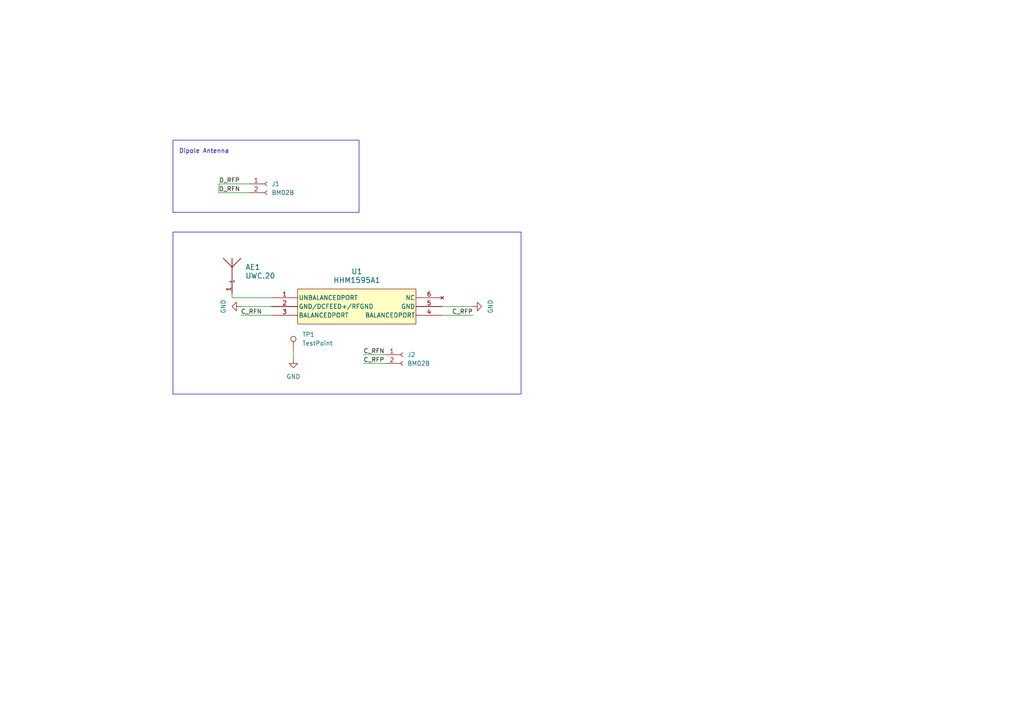
<source format=kicad_sch>
(kicad_sch (version 20250114) (generator "eeschema") (generator_version "9.0")
  (paper "A4")
  (lib_symbols
    (symbol "Connector:Conn_01x02_Socket" (pin_names (offset 1.016) (hide yes))
      (property "Reference" "J" (at 0 2.54 0))
      (property "Value" "Conn_01x02_Socket" (at 0 -5.08 0))
      (symbol "Conn_01x02_Socket_1_1"
        (polyline (pts (xy -1.27 0) (xy -0.508 0)) (stroke (width 0.1524)))
        (polyline (pts (xy -1.27 -2.54) (xy -0.508 -2.54)) (stroke (width 0.1524)))
        (arc (start 0 -0.508) (mid -0.5058 0) (end 0 0.508) (stroke (width 0.1524)))
        (arc (start 0 -3.048) (mid -0.5058 -2.54) (end 0 -2.032) (stroke (width 0.1524)))
        (pin passive line (at -5.08 0 0) (length 3.81) (name "Pin_1") (number "1"))
        (pin passive line (at -5.08 -2.54 0) (length 3.81) (name "Pin_2") (number "2"))
      )
    )
    (symbol "Connector:TestPoint" (pin_numbers (hide yes)) (pin_names (offset 0.762) (hide yes))
      (property "Reference" "TP" (at 0 6.858 0))
      (property "Value" "TestPoint" (at 0 5.08 0))
      (symbol "TestPoint_0_1"
        (circle (center 0 3.302) (radius 0.762))
      )
      (symbol "TestPoint_1_1"
        (pin passive line (at 0 0 90) (length 2.54) (name "1") (number "1"))
      )
    )
    (symbol "kjp_symlib:HHM1595A1" (pin_names (offset 0.254))
      (property "Reference" "U" (at 14.986 6.604 0))
      (property "Value" "HHM1595A1" (at 14.986 4.064 0))
      (symbol "HHM1595A1_0_1"
        (pin unspecified line (at 0 0 0) (length 7.62) (name "UNBALANCEDPORT") (number "1"))
        (pin unspecified line (at 0 -2.54 0) (length 7.62) (name "GND/DCFEED+/RFGND") (number "2"))
        (pin unspecified line (at 0 -5.08 0) (length 7.62) (name "BALANCEDPORT") (number "3"))
        (pin no_connect line (at 49.53 0 180) (length 7.62) (name "NC") (number "6"))
        (pin power_in line (at 49.53 -2.54 180) (length 7.62) (name "GND") (number "5"))
        (pin unspecified line (at 49.53 -5.08 180) (length 7.62) (name "BALANCEDPORT") (number "4"))
      )
      (symbol "HHM1595A1_1_1"
        (rectangle (start 7.62 2.54) (end 41.91 -7.62) (fill (type background)))
      )
    )
    (symbol "kjp_symlib:UWC.20" (pin_names (offset 0.254))
      (property "Reference" "AE" (at 2.2606 6.985 0))
      (property "Value" "UWC.20" (at 2.2606 3.175 0))
      (symbol "UWC.20_0_1"
        (polyline (pts (xy -2.54 10.16) (xy 0 7.62)) (stroke (width 0.2032)))
        (polyline (pts (xy 0 10.16) (xy 0 7.62)) (stroke (width 0.2032)))
        (polyline (pts (xy 0 7.62) (xy 0 2.54)) (stroke (width 0.2032)))
        (polyline (pts (xy 0 7.62) (xy 2.54 10.16)) (stroke (width 0.2032)))
        (pin unspecified line (at 0 0 90) (length 2.54) (name "1") (number "1"))
      )
    )
    (symbol "power:GND" (power) (pin_numbers (hide yes)) (pin_names (offset 0) (hide yes))
      (property "Value" "GND" (at 0 -3.81 0))
      (symbol "GND_0_1"
        (polyline (pts (xy 0 0) (xy 0 -1.27) (xy 1.27 -1.27) (xy 0 -2.54) (xy -1.27 -1.27) (xy 0 -1.27)))
      )
      (symbol "GND_1_1"
        (pin power_in line (at 0 0 270) (length 0) (name "~") (number "1"))
      )
    )
  )
  (rectangle (start 50.165 67.31) (end 151.13 114.3))
  (rectangle (start 50.165 40.64) (end 104.14 61.595))
  (text "Dipole Antenna" (at 59.182 43.942 0) (effects (font (size 1.27 1.27))))
  (wire (pts (xy 67.31 85.09) (xy 67.31 86.36)))
  (wire (pts (xy 128.27 91.44) (xy 137.16 91.44)))
  (wire (pts (xy 105.41 102.87) (xy 111.76 102.87)))
  (wire (pts (xy 85.09 101.6) (xy 85.09 104.14)))
  (wire (pts (xy 63.5 53.34) (xy 63.5 55.88)))
  (wire (pts (xy 67.31 86.36) (xy 78.74 86.36)))
  (wire (pts (xy 69.85 88.9) (xy 78.74 88.9)))
  (wire (pts (xy 105.41 105.41) (xy 111.76 105.41)))
  (wire (pts (xy 63.5 55.88) (xy 72.39 55.88)))
  (wire (pts (xy 128.27 88.9) (xy 137.16 88.9)))
  (wire (pts (xy 69.85 91.44) (xy 78.74 91.44)))
  (wire (pts (xy 63.5 53.34) (xy 72.39 53.34)))
  (label "C_RFP" (at 105.41 105.41 0))
  (label "D_RFP" (at 63.5 53.34 0))
  (label "D_RFN" (at 63.5 55.88 0))
  (label "C_RFP" (at 137.16 91.44 180))
  (label "C_RFN" (at 105.41 102.87 0))
  (label "C_RFN" (at 69.85 91.44 0))
  (symbol (lib_id "kjp_symlib:UWC.20") (at 67.31 85.09 0) (unit 1)
    (property "Reference" "AE1" (at 71.12 77.4699 0) (effects (font (size 1.524 1.524)) (justify left)))
    (property "Value" "UWC.20" (at 71.12 80.0099 0) (effects (font (size 1.524 1.524)) (justify left)))
    (property "Footprint" "kjp_fplib:ANT_SMD6_UWC_TAL" (effects (hide yes)))
    (property "Datasheet" "UWC.20" (effects (hide yes)))
  )
  (symbol (lib_id "power:GND") (at 85.09 104.14 0) (mirror y) (unit 1)
    (property "Reference" "#PWR01" (effects (hide yes)))
    (property "Value" "GND" (at 85.09 109.22 0))
    (property "Description" "Power symbol creates a global label with name \"GND\" , ground" (effects (hide yes)))
  )
  (symbol (lib_id "Connector:Conn_01x02_Socket") (at 116.84 102.87 0) (unit 1)
    (property "Reference" "J2" (at 118.11 102.8699 0) (effects (justify left)))
    (property "Value" "BM02B" (at 118.11 105.4099 0) (effects (justify left)))
    (property "Footprint" "kjp_fplib:BM02BSRSSTBLFSN" (effects (hide yes)))
    (property "Description" "Generic connector, single row, 01x02, script generated" (effects (hide yes)))
  )
  (symbol (lib_id "kjp_symlib:HHM1595A1") (at 78.74 86.36 0) (unit 1)
    (property "Reference" "U1" (at 103.505 78.74 0) (effects (font (size 1.524 1.524))))
    (property "Value" "HHM1595A1" (at 103.505 81.28 0) (effects (font (size 1.524 1.524))))
    (property "Footprint" "kjp_fplib:HHM-6_2P0X1P25" (effects (hide yes)))
    (property "Datasheet" "HHM1595A1" (effects (hide yes)))
  )
  (symbol (lib_id "Connector:TestPoint") (at 85.09 101.6 0) (unit 1)
    (property "Reference" "TP1" (at 87.63 97.0279 0) (effects (justify left)))
    (property "Value" "TestPoint" (at 87.63 99.5679 0) (effects (justify left)))
    (property "Footprint" "TestPoint:TestPoint_Pad_2.0x2.0mm" (effects (hide yes)))
    (property "Description" "test point" (effects (hide yes)))
  )
  (symbol (lib_id "Connector:Conn_01x02_Socket") (at 77.47 53.34 0) (unit 1)
    (property "Reference" "J1" (at 78.74 53.3399 0) (effects (justify left)))
    (property "Value" "BM02B" (at 78.74 55.8799 0) (effects (justify left)))
    (property "Footprint" "kjp_fplib:BM02BSRSSTBLFSN" (effects (hide yes)))
    (property "Description" "Generic connector, single row, 01x02, script generated" (effects (hide yes)))
  )
  (symbol (lib_id "power:GND") (at 137.16 88.9 90) (mirror x) (unit 1)
    (property "Reference" "#PWR03" (effects (hide yes)))
    (property "Value" "GND" (at 142.24 88.9 0))
    (property "Description" "Power symbol creates a global label with name \"GND\" , ground" (effects (hide yes)))
  )
  (symbol (lib_id "power:GND") (at 69.85 88.9 270) (mirror x) (unit 1)
    (property "Reference" "#PWR02" (effects (hide yes)))
    (property "Value" "GND" (at 64.77 88.9 0))
    (property "Description" "Power symbol creates a global label with name \"GND\" , ground" (effects (hide yes)))
  )
)
</source>
